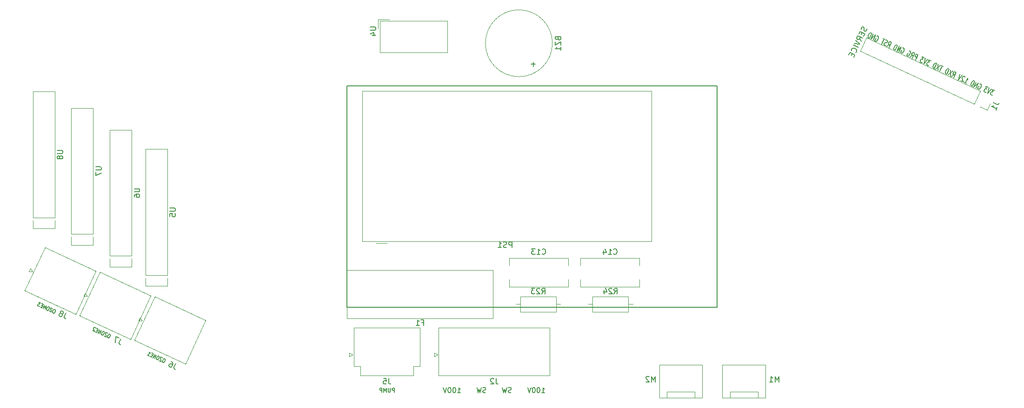
<source format=gbr>
G04 #@! TF.GenerationSoftware,KiCad,Pcbnew,7.0.6-7.0.6~ubuntu22.04.1*
G04 #@! TF.CreationDate,2023-08-22T16:39:11+09:00*
G04 #@! TF.ProjectId,ESP32DUALDIAL,45535033-3244-4554-914c-4449414c2e6b,rev?*
G04 #@! TF.SameCoordinates,Original*
G04 #@! TF.FileFunction,Legend,Bot*
G04 #@! TF.FilePolarity,Positive*
%FSLAX46Y46*%
G04 Gerber Fmt 4.6, Leading zero omitted, Abs format (unit mm)*
G04 Created by KiCad (PCBNEW 7.0.6-7.0.6~ubuntu22.04.1) date 2023-08-22 16:39:11*
%MOMM*%
%LPD*%
G01*
G04 APERTURE LIST*
%ADD10C,0.150000*%
%ADD11C,0.177500*%
%ADD12C,0.175000*%
%ADD13C,0.120000*%
G04 APERTURE END LIST*
D10*
X151120000Y-130330000D02*
X83680000Y-130330000D01*
X83680000Y-130330000D02*
X83680000Y-89990000D01*
X83680000Y-89990000D02*
X151120000Y-89990000D01*
X151120000Y-89990000D02*
X151120000Y-130330000D01*
D11*
X201614445Y-90812786D02*
X201216101Y-90627035D01*
X201216101Y-90627035D02*
X201269596Y-91072315D01*
X201269596Y-91072315D02*
X201177671Y-91029449D01*
X201177671Y-91029449D02*
X201096262Y-91044030D01*
X201096262Y-91044030D02*
X201045496Y-91072899D01*
X201045496Y-91072899D02*
X200974605Y-91144925D01*
X200974605Y-91144925D02*
X200873981Y-91360713D01*
X200873981Y-91360713D02*
X200864374Y-91461316D01*
X200864374Y-91461316D02*
X200874891Y-91518762D01*
X200874891Y-91518762D02*
X200916050Y-91590497D01*
X200916050Y-91590497D02*
X201099901Y-91676228D01*
X201099901Y-91676228D02*
X201181309Y-91661648D01*
X201181309Y-91661648D02*
X201232076Y-91632779D01*
X201032250Y-90541304D02*
X200395139Y-91347592D01*
X200395139Y-91347592D02*
X200603265Y-90341265D01*
X200450056Y-90269822D02*
X200051712Y-90084072D01*
X200051712Y-90084072D02*
X200105207Y-90529351D01*
X200105207Y-90529351D02*
X200013282Y-90486486D01*
X200013282Y-90486486D02*
X199931873Y-90501066D01*
X199931873Y-90501066D02*
X199881107Y-90529935D01*
X199881107Y-90529935D02*
X199810216Y-90601962D01*
X199810216Y-90601962D02*
X199709592Y-90817749D01*
X199709592Y-90817749D02*
X199699985Y-90918353D01*
X199699985Y-90918353D02*
X199710502Y-90975799D01*
X199710502Y-90975799D02*
X199751661Y-91047533D01*
X199751661Y-91047533D02*
X199935512Y-91133265D01*
X199935512Y-91133265D02*
X200016920Y-91118684D01*
X200016920Y-91118684D02*
X200067687Y-91089815D01*
X198928482Y-89612843D02*
X199009890Y-89598262D01*
X199009890Y-89598262D02*
X199101816Y-89641128D01*
X199101816Y-89641128D02*
X199173617Y-89727151D01*
X199173617Y-89727151D02*
X199194651Y-89842043D01*
X199194651Y-89842043D02*
X199185043Y-89942646D01*
X199185043Y-89942646D02*
X199135187Y-90129565D01*
X199135187Y-90129565D02*
X199074812Y-90259038D01*
X199074812Y-90259038D02*
X198963672Y-90417379D01*
X198963672Y-90417379D02*
X198892781Y-90489406D01*
X198892781Y-90489406D02*
X198791248Y-90547144D01*
X198791248Y-90547144D02*
X198679198Y-90547435D01*
X198679198Y-90547435D02*
X198617914Y-90518858D01*
X198617914Y-90518858D02*
X198546113Y-90432835D01*
X198546113Y-90432835D02*
X198535596Y-90375389D01*
X198535596Y-90375389D02*
X198676469Y-90073287D01*
X198676469Y-90073287D02*
X198799036Y-90130441D01*
X198219570Y-90333108D02*
X198642188Y-89426800D01*
X198642188Y-89426800D02*
X197851868Y-90161645D01*
X197851868Y-90161645D02*
X198274486Y-89255338D01*
X197545449Y-90018760D02*
X197968067Y-89112452D01*
X197968067Y-89112452D02*
X197814858Y-89041010D01*
X197814858Y-89041010D02*
X197702808Y-89041301D01*
X197702808Y-89041301D02*
X197601275Y-89099039D01*
X197601275Y-89099039D02*
X197530384Y-89171066D01*
X197530384Y-89171066D02*
X197419243Y-89329408D01*
X197419243Y-89329408D02*
X197358869Y-89458880D01*
X197358869Y-89458880D02*
X197309012Y-89645799D01*
X197309012Y-89645799D02*
X197299405Y-89746402D01*
X197299405Y-89746402D02*
X197320439Y-89861294D01*
X197320439Y-89861294D02*
X197392240Y-89947317D01*
X197392240Y-89947317D02*
X197545449Y-90018760D01*
X196074641Y-89332911D02*
X196442344Y-89504373D01*
X196258492Y-89418642D02*
X196681111Y-88512334D01*
X196681111Y-88512334D02*
X196682020Y-88670384D01*
X196682020Y-88670384D02*
X196703055Y-88785276D01*
X196703055Y-88785276D02*
X196744214Y-88857011D01*
X196211876Y-88398610D02*
X196201359Y-88341164D01*
X196201359Y-88341164D02*
X196160200Y-88269430D01*
X196160200Y-88269430D02*
X196006991Y-88197987D01*
X196006991Y-88197987D02*
X195925582Y-88212568D01*
X195925582Y-88212568D02*
X195874816Y-88241437D01*
X195874816Y-88241437D02*
X195803925Y-88313463D01*
X195803925Y-88313463D02*
X195763675Y-88399778D01*
X195763675Y-88399778D02*
X195733943Y-88543539D01*
X195733943Y-88543539D02*
X195860149Y-89232892D01*
X195860149Y-89232892D02*
X195461805Y-89047141D01*
X195700573Y-88055102D02*
X195063462Y-88861390D01*
X195063462Y-88861390D02*
X195271587Y-87855063D01*
X193776505Y-88261273D02*
X194192245Y-87929717D01*
X194144207Y-88432735D02*
X194566826Y-87526427D01*
X194566826Y-87526427D02*
X194321691Y-87412119D01*
X194321691Y-87412119D02*
X194240283Y-87426699D01*
X194240283Y-87426699D02*
X194189516Y-87455568D01*
X194189516Y-87455568D02*
X194118625Y-87527595D01*
X194118625Y-87527595D02*
X194058251Y-87657067D01*
X194058251Y-87657067D02*
X194048643Y-87757671D01*
X194048643Y-87757671D02*
X194059161Y-87815117D01*
X194059161Y-87815117D02*
X194100320Y-87886852D01*
X194100320Y-87886852D02*
X194345454Y-88001160D01*
X193984631Y-87254945D02*
X193133027Y-87961214D01*
X193555645Y-87054906D02*
X193562013Y-88161253D01*
X192887893Y-87846906D02*
X193310511Y-86940598D01*
X193310511Y-86940598D02*
X193157302Y-86869155D01*
X193157302Y-86869155D02*
X193045252Y-86869447D01*
X193045252Y-86869447D02*
X192943719Y-86927185D01*
X192943719Y-86927185D02*
X192872827Y-86999212D01*
X192872827Y-86999212D02*
X192761687Y-87157553D01*
X192761687Y-87157553D02*
X192701313Y-87287026D01*
X192701313Y-87287026D02*
X192651456Y-87473944D01*
X192651456Y-87473944D02*
X192641848Y-87574548D01*
X192641848Y-87574548D02*
X192662883Y-87689440D01*
X192662883Y-87689440D02*
X192734684Y-87775463D01*
X192734684Y-87775463D02*
X192887893Y-87846906D01*
X192268689Y-86454788D02*
X191900987Y-86283326D01*
X191662220Y-87275365D02*
X192084838Y-86369057D01*
X191747778Y-86211884D02*
X190896174Y-86918152D01*
X191318792Y-86011844D02*
X191325160Y-87118191D01*
X190651040Y-86803844D02*
X191073658Y-85897536D01*
X191073658Y-85897536D02*
X190920449Y-85826094D01*
X190920449Y-85826094D02*
X190808399Y-85826386D01*
X190808399Y-85826386D02*
X190706866Y-85884124D01*
X190706866Y-85884124D02*
X190635975Y-85956150D01*
X190635975Y-85956150D02*
X190524834Y-86114492D01*
X190524834Y-86114492D02*
X190464460Y-86243964D01*
X190464460Y-86243964D02*
X190414603Y-86430883D01*
X190414603Y-86430883D02*
X190404996Y-86531486D01*
X190404996Y-86531486D02*
X190426030Y-86646378D01*
X190426030Y-86646378D02*
X190497831Y-86732401D01*
X190497831Y-86732401D02*
X190651040Y-86803844D01*
X190001194Y-85397438D02*
X189602850Y-85211687D01*
X189602850Y-85211687D02*
X189656346Y-85656967D01*
X189656346Y-85656967D02*
X189564420Y-85614102D01*
X189564420Y-85614102D02*
X189483012Y-85628682D01*
X189483012Y-85628682D02*
X189432245Y-85657551D01*
X189432245Y-85657551D02*
X189361354Y-85729578D01*
X189361354Y-85729578D02*
X189260731Y-85945365D01*
X189260731Y-85945365D02*
X189251123Y-86045969D01*
X189251123Y-86045969D02*
X189261641Y-86103415D01*
X189261641Y-86103415D02*
X189302800Y-86175149D01*
X189302800Y-86175149D02*
X189486651Y-86260880D01*
X189486651Y-86260880D02*
X189568059Y-86246300D01*
X189568059Y-86246300D02*
X189618825Y-86217431D01*
X189419000Y-85125956D02*
X188781889Y-85932245D01*
X188781889Y-85932245D02*
X188990014Y-84925917D01*
X188836805Y-84854475D02*
X188438462Y-84668724D01*
X188438462Y-84668724D02*
X188491957Y-85114004D01*
X188491957Y-85114004D02*
X188400031Y-85071138D01*
X188400031Y-85071138D02*
X188318623Y-85085719D01*
X188318623Y-85085719D02*
X188267857Y-85114588D01*
X188267857Y-85114588D02*
X188196965Y-85186614D01*
X188196965Y-85186614D02*
X188096342Y-85402402D01*
X188096342Y-85402402D02*
X188086734Y-85503005D01*
X188086734Y-85503005D02*
X188097252Y-85560451D01*
X188097252Y-85560451D02*
X188138411Y-85632186D01*
X188138411Y-85632186D02*
X188322262Y-85717917D01*
X188322262Y-85717917D02*
X188403670Y-85703336D01*
X188403670Y-85703336D02*
X188454436Y-85674467D01*
X187249798Y-85217819D02*
X187672416Y-84311511D01*
X187672416Y-84311511D02*
X187427282Y-84197203D01*
X187427282Y-84197203D02*
X187345873Y-84211784D01*
X187345873Y-84211784D02*
X187295107Y-84240653D01*
X187295107Y-84240653D02*
X187224216Y-84312679D01*
X187224216Y-84312679D02*
X187163842Y-84442152D01*
X187163842Y-84442152D02*
X187154234Y-84542755D01*
X187154234Y-84542755D02*
X187164751Y-84600201D01*
X187164751Y-84600201D02*
X187205910Y-84671936D01*
X187205910Y-84671936D02*
X187451045Y-84786244D01*
X186238618Y-84746298D02*
X186654357Y-84414742D01*
X186606320Y-84917760D02*
X187028938Y-84011452D01*
X187028938Y-84011452D02*
X186783803Y-83897144D01*
X186783803Y-83897144D02*
X186702395Y-83911725D01*
X186702395Y-83911725D02*
X186651628Y-83940594D01*
X186651628Y-83940594D02*
X186580737Y-84012620D01*
X186580737Y-84012620D02*
X186520363Y-84142093D01*
X186520363Y-84142093D02*
X186510756Y-84242696D01*
X186510756Y-84242696D02*
X186521273Y-84300142D01*
X186521273Y-84300142D02*
X186562432Y-84371877D01*
X186562432Y-84371877D02*
X186807566Y-84486185D01*
X186028275Y-83597377D02*
X186109683Y-83582797D01*
X186109683Y-83582797D02*
X186201608Y-83625662D01*
X186201608Y-83625662D02*
X186273409Y-83711685D01*
X186273409Y-83711685D02*
X186294444Y-83826577D01*
X186294444Y-83826577D02*
X186284836Y-83927181D01*
X186284836Y-83927181D02*
X186234979Y-84114099D01*
X186234979Y-84114099D02*
X186174605Y-84243572D01*
X186174605Y-84243572D02*
X186063465Y-84401914D01*
X186063465Y-84401914D02*
X185992573Y-84473940D01*
X185992573Y-84473940D02*
X185891040Y-84531678D01*
X185891040Y-84531678D02*
X185778990Y-84531970D01*
X185778990Y-84531970D02*
X185717706Y-84503393D01*
X185717706Y-84503393D02*
X185645906Y-84417370D01*
X185645906Y-84417370D02*
X185635388Y-84359924D01*
X185635388Y-84359924D02*
X185776261Y-84057821D01*
X185776261Y-84057821D02*
X185898829Y-84114975D01*
X184894527Y-83068702D02*
X184975935Y-83054121D01*
X184975935Y-83054121D02*
X185067861Y-83096987D01*
X185067861Y-83096987D02*
X185139662Y-83183010D01*
X185139662Y-83183010D02*
X185160696Y-83297902D01*
X185160696Y-83297902D02*
X185151088Y-83398506D01*
X185151088Y-83398506D02*
X185101232Y-83585424D01*
X185101232Y-83585424D02*
X185040858Y-83714897D01*
X185040858Y-83714897D02*
X184929717Y-83873238D01*
X184929717Y-83873238D02*
X184858826Y-83945265D01*
X184858826Y-83945265D02*
X184757293Y-84003003D01*
X184757293Y-84003003D02*
X184645243Y-84003295D01*
X184645243Y-84003295D02*
X184583959Y-83974718D01*
X184583959Y-83974718D02*
X184512158Y-83888695D01*
X184512158Y-83888695D02*
X184501641Y-83831249D01*
X184501641Y-83831249D02*
X184642514Y-83529146D01*
X184642514Y-83529146D02*
X184765081Y-83586300D01*
X184185615Y-83788967D02*
X184608233Y-82882659D01*
X184608233Y-82882659D02*
X183817913Y-83617505D01*
X183817913Y-83617505D02*
X184240531Y-82711197D01*
X183511494Y-83474619D02*
X183934113Y-82568311D01*
X183934113Y-82568311D02*
X183780903Y-82496869D01*
X183780903Y-82496869D02*
X183668853Y-82497161D01*
X183668853Y-82497161D02*
X183567320Y-82554899D01*
X183567320Y-82554899D02*
X183496429Y-82626925D01*
X183496429Y-82626925D02*
X183385288Y-82785267D01*
X183385288Y-82785267D02*
X183324914Y-82914739D01*
X183324914Y-82914739D02*
X183275057Y-83101658D01*
X183275057Y-83101658D02*
X183265450Y-83202262D01*
X183265450Y-83202262D02*
X183286484Y-83317154D01*
X183286484Y-83317154D02*
X183358285Y-83403177D01*
X183358285Y-83403177D02*
X183511494Y-83474619D01*
X182010045Y-82774482D02*
X182425784Y-82442926D01*
X182377747Y-82945944D02*
X182800365Y-82039636D01*
X182800365Y-82039636D02*
X182555230Y-81925328D01*
X182555230Y-81925328D02*
X182473822Y-81939909D01*
X182473822Y-81939909D02*
X182423055Y-81968778D01*
X182423055Y-81968778D02*
X182352164Y-82040804D01*
X182352164Y-82040804D02*
X182291790Y-82170277D01*
X182291790Y-82170277D02*
X182282183Y-82270880D01*
X182282183Y-82270880D02*
X182292700Y-82328326D01*
X182292700Y-82328326D02*
X182333859Y-82400061D01*
X182333859Y-82400061D02*
X182578994Y-82514369D01*
X181785035Y-82617016D02*
X181672985Y-82617308D01*
X181672985Y-82617308D02*
X181519775Y-82545866D01*
X181519775Y-82545866D02*
X181478616Y-82474131D01*
X181478616Y-82474131D02*
X181468099Y-82416685D01*
X181468099Y-82416685D02*
X181477707Y-82316081D01*
X181477707Y-82316081D02*
X181517956Y-82229766D01*
X181517956Y-82229766D02*
X181588847Y-82157740D01*
X181588847Y-82157740D02*
X181639614Y-82128871D01*
X181639614Y-82128871D02*
X181721022Y-82114290D01*
X181721022Y-82114290D02*
X181863714Y-82128287D01*
X181863714Y-82128287D02*
X181945123Y-82113706D01*
X181945123Y-82113706D02*
X181995889Y-82084837D01*
X181995889Y-82084837D02*
X182066780Y-82012811D01*
X182066780Y-82012811D02*
X182107030Y-81926496D01*
X182107030Y-81926496D02*
X182116637Y-81825892D01*
X182116637Y-81825892D02*
X182106120Y-81768446D01*
X182106120Y-81768446D02*
X182064961Y-81696712D01*
X182064961Y-81696712D02*
X181911752Y-81625269D01*
X181911752Y-81625269D02*
X181799702Y-81625561D01*
X181635976Y-81496673D02*
X181268274Y-81325210D01*
X181029506Y-82317249D02*
X181452125Y-81410942D01*
X180206327Y-80882559D02*
X180287736Y-80867978D01*
X180287736Y-80867978D02*
X180379661Y-80910844D01*
X180379661Y-80910844D02*
X180451462Y-80996867D01*
X180451462Y-80996867D02*
X180472496Y-81111759D01*
X180472496Y-81111759D02*
X180462889Y-81212362D01*
X180462889Y-81212362D02*
X180413032Y-81399281D01*
X180413032Y-81399281D02*
X180352658Y-81528753D01*
X180352658Y-81528753D02*
X180241517Y-81687095D01*
X180241517Y-81687095D02*
X180170626Y-81759121D01*
X180170626Y-81759121D02*
X180069093Y-81816859D01*
X180069093Y-81816859D02*
X179957043Y-81817151D01*
X179957043Y-81817151D02*
X179895759Y-81788574D01*
X179895759Y-81788574D02*
X179823958Y-81702551D01*
X179823958Y-81702551D02*
X179813441Y-81645105D01*
X179813441Y-81645105D02*
X179954314Y-81343003D01*
X179954314Y-81343003D02*
X180076881Y-81400157D01*
X179497415Y-81602824D02*
X179920034Y-80696516D01*
X179920034Y-80696516D02*
X179129713Y-81431361D01*
X179129713Y-81431361D02*
X179552332Y-80525054D01*
X178823295Y-81288476D02*
X179245913Y-80382168D01*
X179245913Y-80382168D02*
X179092704Y-80310725D01*
X179092704Y-80310725D02*
X178980653Y-80311017D01*
X178980653Y-80311017D02*
X178879120Y-80368755D01*
X178879120Y-80368755D02*
X178808229Y-80440782D01*
X178808229Y-80440782D02*
X178697089Y-80599123D01*
X178697089Y-80599123D02*
X178636715Y-80728596D01*
X178636715Y-80728596D02*
X178586858Y-80915515D01*
X178586858Y-80915515D02*
X178577250Y-81016118D01*
X178577250Y-81016118D02*
X178598285Y-81131010D01*
X178598285Y-81131010D02*
X178670085Y-81217033D01*
X178670085Y-81217033D02*
X178823295Y-81288476D01*
D10*
X40547627Y-135298010D02*
X40444049Y-135249710D01*
X40444049Y-135249710D02*
X40378172Y-135255771D01*
X40378172Y-135255771D02*
X40298209Y-135292042D01*
X40298209Y-135292042D02*
X40215965Y-135400808D01*
X40215965Y-135400808D02*
X40117354Y-135612280D01*
X40117354Y-135612280D02*
X40086900Y-135745196D01*
X40086900Y-135745196D02*
X40110514Y-135829766D01*
X40110514Y-135829766D02*
X40148216Y-135884126D01*
X40148216Y-135884126D02*
X40251794Y-135932425D01*
X40251794Y-135932425D02*
X40317670Y-135926364D01*
X40317670Y-135926364D02*
X40397634Y-135890094D01*
X40397634Y-135890094D02*
X40479877Y-135781327D01*
X40479877Y-135781327D02*
X40578488Y-135569855D01*
X40578488Y-135569855D02*
X40608943Y-135436940D01*
X40608943Y-135436940D02*
X40585328Y-135352369D01*
X40585328Y-135352369D02*
X40547627Y-135298010D01*
X40133315Y-135104813D02*
X39770792Y-134935766D01*
X39770792Y-134935766D02*
X39837482Y-135739228D01*
X39837482Y-135739228D02*
X39474959Y-135570181D01*
X39460057Y-134790868D02*
X39356479Y-134742568D01*
X39356479Y-134742568D02*
X39290603Y-134748629D01*
X39290603Y-134748629D02*
X39210640Y-134784900D01*
X39210640Y-134784900D02*
X39128396Y-134893666D01*
X39128396Y-134893666D02*
X39029785Y-135105138D01*
X39029785Y-135105138D02*
X38999330Y-135238054D01*
X38999330Y-135238054D02*
X39022945Y-135322624D01*
X39022945Y-135322624D02*
X39060647Y-135376984D01*
X39060647Y-135376984D02*
X39164225Y-135425283D01*
X39164225Y-135425283D02*
X39230101Y-135419222D01*
X39230101Y-135419222D02*
X39310064Y-135382952D01*
X39310064Y-135382952D02*
X39392308Y-135274185D01*
X39392308Y-135274185D02*
X39490919Y-135062714D01*
X39490919Y-135062714D02*
X39521374Y-134929798D01*
X39521374Y-134929798D02*
X39497759Y-134845228D01*
X39497759Y-134845228D02*
X39460057Y-134790868D01*
X38698124Y-135207937D02*
X38993957Y-134573521D01*
X38993957Y-134573521D02*
X38387390Y-135063039D01*
X38387390Y-135063039D02*
X38683223Y-134428624D01*
X38283405Y-134609978D02*
X38102144Y-134525455D01*
X37869500Y-134821543D02*
X38128445Y-134942291D01*
X38128445Y-134942291D02*
X38424278Y-134307876D01*
X38424278Y-134307876D02*
X38165333Y-134187128D01*
X37930002Y-134150950D02*
X37918195Y-134108665D01*
X37918195Y-134108665D02*
X37880493Y-134054305D01*
X37880493Y-134054305D02*
X37751021Y-133993931D01*
X37751021Y-133993931D02*
X37685144Y-133999991D01*
X37685144Y-133999991D02*
X37645163Y-134018127D01*
X37645163Y-134018127D02*
X37591094Y-134066473D01*
X37591094Y-134066473D02*
X37562919Y-134126893D01*
X37562919Y-134126893D02*
X37546552Y-134229599D01*
X37546552Y-134229599D02*
X37688239Y-134737020D01*
X37688239Y-134737020D02*
X37351610Y-134580047D01*
X30547627Y-130798010D02*
X30444049Y-130749710D01*
X30444049Y-130749710D02*
X30378172Y-130755771D01*
X30378172Y-130755771D02*
X30298209Y-130792042D01*
X30298209Y-130792042D02*
X30215965Y-130900808D01*
X30215965Y-130900808D02*
X30117354Y-131112280D01*
X30117354Y-131112280D02*
X30086900Y-131245196D01*
X30086900Y-131245196D02*
X30110514Y-131329766D01*
X30110514Y-131329766D02*
X30148216Y-131384126D01*
X30148216Y-131384126D02*
X30251794Y-131432425D01*
X30251794Y-131432425D02*
X30317670Y-131426364D01*
X30317670Y-131426364D02*
X30397634Y-131390094D01*
X30397634Y-131390094D02*
X30479877Y-131281327D01*
X30479877Y-131281327D02*
X30578488Y-131069855D01*
X30578488Y-131069855D02*
X30608943Y-130936940D01*
X30608943Y-130936940D02*
X30585328Y-130852369D01*
X30585328Y-130852369D02*
X30547627Y-130798010D01*
X30133315Y-130604813D02*
X29770792Y-130435766D01*
X29770792Y-130435766D02*
X29837482Y-131239228D01*
X29837482Y-131239228D02*
X29474959Y-131070181D01*
X29460057Y-130290868D02*
X29356479Y-130242568D01*
X29356479Y-130242568D02*
X29290603Y-130248629D01*
X29290603Y-130248629D02*
X29210640Y-130284900D01*
X29210640Y-130284900D02*
X29128396Y-130393666D01*
X29128396Y-130393666D02*
X29029785Y-130605138D01*
X29029785Y-130605138D02*
X28999330Y-130738054D01*
X28999330Y-130738054D02*
X29022945Y-130822624D01*
X29022945Y-130822624D02*
X29060647Y-130876984D01*
X29060647Y-130876984D02*
X29164225Y-130925283D01*
X29164225Y-130925283D02*
X29230101Y-130919222D01*
X29230101Y-130919222D02*
X29310064Y-130882952D01*
X29310064Y-130882952D02*
X29392308Y-130774185D01*
X29392308Y-130774185D02*
X29490919Y-130562714D01*
X29490919Y-130562714D02*
X29521374Y-130429798D01*
X29521374Y-130429798D02*
X29497759Y-130345228D01*
X29497759Y-130345228D02*
X29460057Y-130290868D01*
X28698124Y-130707937D02*
X28993957Y-130073521D01*
X28993957Y-130073521D02*
X28387390Y-130563039D01*
X28387390Y-130563039D02*
X28683223Y-129928624D01*
X28283405Y-130109978D02*
X28102144Y-130025455D01*
X27869500Y-130321543D02*
X28128445Y-130442291D01*
X28128445Y-130442291D02*
X28424278Y-129807876D01*
X28424278Y-129807876D02*
X28165333Y-129687128D01*
X27984071Y-129602604D02*
X27647443Y-129445632D01*
X27647443Y-129445632D02*
X27716006Y-129771837D01*
X27716006Y-129771837D02*
X27638323Y-129735613D01*
X27638323Y-129735613D02*
X27572446Y-129741674D01*
X27572446Y-129741674D02*
X27532464Y-129759809D01*
X27532464Y-129759809D02*
X27478395Y-129808155D01*
X27478395Y-129808155D02*
X27407959Y-129959206D01*
X27407959Y-129959206D02*
X27405679Y-130031701D01*
X27405679Y-130031701D02*
X27417486Y-130073986D01*
X27417486Y-130073986D02*
X27455188Y-130128346D01*
X27455188Y-130128346D02*
X27610555Y-130200795D01*
X27610555Y-130200795D02*
X27676431Y-130194734D01*
X27676431Y-130194734D02*
X27716413Y-130176599D01*
X50547627Y-139798010D02*
X50444049Y-139749710D01*
X50444049Y-139749710D02*
X50378172Y-139755771D01*
X50378172Y-139755771D02*
X50298209Y-139792042D01*
X50298209Y-139792042D02*
X50215965Y-139900808D01*
X50215965Y-139900808D02*
X50117354Y-140112280D01*
X50117354Y-140112280D02*
X50086900Y-140245196D01*
X50086900Y-140245196D02*
X50110514Y-140329766D01*
X50110514Y-140329766D02*
X50148216Y-140384126D01*
X50148216Y-140384126D02*
X50251794Y-140432425D01*
X50251794Y-140432425D02*
X50317670Y-140426364D01*
X50317670Y-140426364D02*
X50397634Y-140390094D01*
X50397634Y-140390094D02*
X50479877Y-140281327D01*
X50479877Y-140281327D02*
X50578488Y-140069855D01*
X50578488Y-140069855D02*
X50608943Y-139936940D01*
X50608943Y-139936940D02*
X50585328Y-139852369D01*
X50585328Y-139852369D02*
X50547627Y-139798010D01*
X50133315Y-139604813D02*
X49770792Y-139435766D01*
X49770792Y-139435766D02*
X49837482Y-140239228D01*
X49837482Y-140239228D02*
X49474959Y-140070181D01*
X49460057Y-139290868D02*
X49356479Y-139242568D01*
X49356479Y-139242568D02*
X49290603Y-139248629D01*
X49290603Y-139248629D02*
X49210640Y-139284900D01*
X49210640Y-139284900D02*
X49128396Y-139393666D01*
X49128396Y-139393666D02*
X49029785Y-139605138D01*
X49029785Y-139605138D02*
X48999330Y-139738054D01*
X48999330Y-139738054D02*
X49022945Y-139822624D01*
X49022945Y-139822624D02*
X49060647Y-139876984D01*
X49060647Y-139876984D02*
X49164225Y-139925283D01*
X49164225Y-139925283D02*
X49230101Y-139919222D01*
X49230101Y-139919222D02*
X49310064Y-139882952D01*
X49310064Y-139882952D02*
X49392308Y-139774185D01*
X49392308Y-139774185D02*
X49490919Y-139562714D01*
X49490919Y-139562714D02*
X49521374Y-139429798D01*
X49521374Y-139429798D02*
X49497759Y-139345228D01*
X49497759Y-139345228D02*
X49460057Y-139290868D01*
X48698124Y-139707937D02*
X48993957Y-139073521D01*
X48993957Y-139073521D02*
X48387390Y-139563039D01*
X48387390Y-139563039D02*
X48683223Y-138928624D01*
X48283405Y-139109978D02*
X48102144Y-139025455D01*
X47869500Y-139321543D02*
X48128445Y-139442291D01*
X48128445Y-139442291D02*
X48424278Y-138807876D01*
X48424278Y-138807876D02*
X48165333Y-138687128D01*
X47351610Y-139080047D02*
X47662344Y-139224945D01*
X47506977Y-139152496D02*
X47802810Y-138518080D01*
X47802810Y-138518080D02*
X47812337Y-138632861D01*
X47812337Y-138632861D02*
X47835951Y-138717431D01*
X47835951Y-138717431D02*
X47873653Y-138771791D01*
D12*
X92299999Y-145814733D02*
X92299999Y-145114733D01*
X92299999Y-145114733D02*
X92033332Y-145114733D01*
X92033332Y-145114733D02*
X91966666Y-145148066D01*
X91966666Y-145148066D02*
X91933332Y-145181400D01*
X91933332Y-145181400D02*
X91899999Y-145248066D01*
X91899999Y-145248066D02*
X91899999Y-145348066D01*
X91899999Y-145348066D02*
X91933332Y-145414733D01*
X91933332Y-145414733D02*
X91966666Y-145448066D01*
X91966666Y-145448066D02*
X92033332Y-145481400D01*
X92033332Y-145481400D02*
X92299999Y-145481400D01*
X91599999Y-145114733D02*
X91599999Y-145681400D01*
X91599999Y-145681400D02*
X91566666Y-145748066D01*
X91566666Y-145748066D02*
X91533332Y-145781400D01*
X91533332Y-145781400D02*
X91466666Y-145814733D01*
X91466666Y-145814733D02*
X91333332Y-145814733D01*
X91333332Y-145814733D02*
X91266666Y-145781400D01*
X91266666Y-145781400D02*
X91233332Y-145748066D01*
X91233332Y-145748066D02*
X91199999Y-145681400D01*
X91199999Y-145681400D02*
X91199999Y-145114733D01*
X90866666Y-145814733D02*
X90866666Y-145114733D01*
X90866666Y-145114733D02*
X90633333Y-145614733D01*
X90633333Y-145614733D02*
X90399999Y-145114733D01*
X90399999Y-145114733D02*
X90399999Y-145814733D01*
X90066666Y-145814733D02*
X90066666Y-145114733D01*
X90066666Y-145114733D02*
X89799999Y-145114733D01*
X89799999Y-145114733D02*
X89733333Y-145148066D01*
X89733333Y-145148066D02*
X89699999Y-145181400D01*
X89699999Y-145181400D02*
X89666666Y-145248066D01*
X89666666Y-145248066D02*
X89666666Y-145348066D01*
X89666666Y-145348066D02*
X89699999Y-145414733D01*
X89699999Y-145414733D02*
X89733333Y-145448066D01*
X89733333Y-145448066D02*
X89799999Y-145481400D01*
X89799999Y-145481400D02*
X90066666Y-145481400D01*
X119157141Y-145907257D02*
X119671427Y-145907257D01*
X119414284Y-145907257D02*
X119414284Y-145007257D01*
X119414284Y-145007257D02*
X119499998Y-145135828D01*
X119499998Y-145135828D02*
X119585713Y-145221542D01*
X119585713Y-145221542D02*
X119671427Y-145264400D01*
X118599998Y-145007257D02*
X118514284Y-145007257D01*
X118514284Y-145007257D02*
X118428570Y-145050114D01*
X118428570Y-145050114D02*
X118385713Y-145092971D01*
X118385713Y-145092971D02*
X118342855Y-145178685D01*
X118342855Y-145178685D02*
X118299998Y-145350114D01*
X118299998Y-145350114D02*
X118299998Y-145564400D01*
X118299998Y-145564400D02*
X118342855Y-145735828D01*
X118342855Y-145735828D02*
X118385713Y-145821542D01*
X118385713Y-145821542D02*
X118428570Y-145864400D01*
X118428570Y-145864400D02*
X118514284Y-145907257D01*
X118514284Y-145907257D02*
X118599998Y-145907257D01*
X118599998Y-145907257D02*
X118685713Y-145864400D01*
X118685713Y-145864400D02*
X118728570Y-145821542D01*
X118728570Y-145821542D02*
X118771427Y-145735828D01*
X118771427Y-145735828D02*
X118814284Y-145564400D01*
X118814284Y-145564400D02*
X118814284Y-145350114D01*
X118814284Y-145350114D02*
X118771427Y-145178685D01*
X118771427Y-145178685D02*
X118728570Y-145092971D01*
X118728570Y-145092971D02*
X118685713Y-145050114D01*
X118685713Y-145050114D02*
X118599998Y-145007257D01*
X117742855Y-145007257D02*
X117657141Y-145007257D01*
X117657141Y-145007257D02*
X117571427Y-145050114D01*
X117571427Y-145050114D02*
X117528570Y-145092971D01*
X117528570Y-145092971D02*
X117485712Y-145178685D01*
X117485712Y-145178685D02*
X117442855Y-145350114D01*
X117442855Y-145350114D02*
X117442855Y-145564400D01*
X117442855Y-145564400D02*
X117485712Y-145735828D01*
X117485712Y-145735828D02*
X117528570Y-145821542D01*
X117528570Y-145821542D02*
X117571427Y-145864400D01*
X117571427Y-145864400D02*
X117657141Y-145907257D01*
X117657141Y-145907257D02*
X117742855Y-145907257D01*
X117742855Y-145907257D02*
X117828570Y-145864400D01*
X117828570Y-145864400D02*
X117871427Y-145821542D01*
X117871427Y-145821542D02*
X117914284Y-145735828D01*
X117914284Y-145735828D02*
X117957141Y-145564400D01*
X117957141Y-145564400D02*
X117957141Y-145350114D01*
X117957141Y-145350114D02*
X117914284Y-145178685D01*
X117914284Y-145178685D02*
X117871427Y-145092971D01*
X117871427Y-145092971D02*
X117828570Y-145050114D01*
X117828570Y-145050114D02*
X117742855Y-145007257D01*
X117185712Y-145007257D02*
X116885712Y-145907257D01*
X116885712Y-145907257D02*
X116585712Y-145007257D01*
X113585713Y-145864400D02*
X113457142Y-145907257D01*
X113457142Y-145907257D02*
X113242856Y-145907257D01*
X113242856Y-145907257D02*
X113157142Y-145864400D01*
X113157142Y-145864400D02*
X113114284Y-145821542D01*
X113114284Y-145821542D02*
X113071427Y-145735828D01*
X113071427Y-145735828D02*
X113071427Y-145650114D01*
X113071427Y-145650114D02*
X113114284Y-145564400D01*
X113114284Y-145564400D02*
X113157142Y-145521542D01*
X113157142Y-145521542D02*
X113242856Y-145478685D01*
X113242856Y-145478685D02*
X113414284Y-145435828D01*
X113414284Y-145435828D02*
X113499999Y-145392971D01*
X113499999Y-145392971D02*
X113542856Y-145350114D01*
X113542856Y-145350114D02*
X113585713Y-145264400D01*
X113585713Y-145264400D02*
X113585713Y-145178685D01*
X113585713Y-145178685D02*
X113542856Y-145092971D01*
X113542856Y-145092971D02*
X113499999Y-145050114D01*
X113499999Y-145050114D02*
X113414284Y-145007257D01*
X113414284Y-145007257D02*
X113199999Y-145007257D01*
X113199999Y-145007257D02*
X113071427Y-145050114D01*
X112771427Y-145007257D02*
X112557141Y-145907257D01*
X112557141Y-145907257D02*
X112385713Y-145264400D01*
X112385713Y-145264400D02*
X112214284Y-145907257D01*
X112214284Y-145907257D02*
X111999999Y-145007257D01*
X108957143Y-145864400D02*
X108828572Y-145907257D01*
X108828572Y-145907257D02*
X108614286Y-145907257D01*
X108614286Y-145907257D02*
X108528572Y-145864400D01*
X108528572Y-145864400D02*
X108485714Y-145821542D01*
X108485714Y-145821542D02*
X108442857Y-145735828D01*
X108442857Y-145735828D02*
X108442857Y-145650114D01*
X108442857Y-145650114D02*
X108485714Y-145564400D01*
X108485714Y-145564400D02*
X108528572Y-145521542D01*
X108528572Y-145521542D02*
X108614286Y-145478685D01*
X108614286Y-145478685D02*
X108785714Y-145435828D01*
X108785714Y-145435828D02*
X108871429Y-145392971D01*
X108871429Y-145392971D02*
X108914286Y-145350114D01*
X108914286Y-145350114D02*
X108957143Y-145264400D01*
X108957143Y-145264400D02*
X108957143Y-145178685D01*
X108957143Y-145178685D02*
X108914286Y-145092971D01*
X108914286Y-145092971D02*
X108871429Y-145050114D01*
X108871429Y-145050114D02*
X108785714Y-145007257D01*
X108785714Y-145007257D02*
X108571429Y-145007257D01*
X108571429Y-145007257D02*
X108442857Y-145050114D01*
X108142857Y-145007257D02*
X107928571Y-145907257D01*
X107928571Y-145907257D02*
X107757143Y-145264400D01*
X107757143Y-145264400D02*
X107585714Y-145907257D01*
X107585714Y-145907257D02*
X107371429Y-145007257D01*
X103814287Y-145907257D02*
X104328573Y-145907257D01*
X104071430Y-145907257D02*
X104071430Y-145007257D01*
X104071430Y-145007257D02*
X104157144Y-145135828D01*
X104157144Y-145135828D02*
X104242859Y-145221542D01*
X104242859Y-145221542D02*
X104328573Y-145264400D01*
X103257144Y-145007257D02*
X103171430Y-145007257D01*
X103171430Y-145007257D02*
X103085716Y-145050114D01*
X103085716Y-145050114D02*
X103042859Y-145092971D01*
X103042859Y-145092971D02*
X103000001Y-145178685D01*
X103000001Y-145178685D02*
X102957144Y-145350114D01*
X102957144Y-145350114D02*
X102957144Y-145564400D01*
X102957144Y-145564400D02*
X103000001Y-145735828D01*
X103000001Y-145735828D02*
X103042859Y-145821542D01*
X103042859Y-145821542D02*
X103085716Y-145864400D01*
X103085716Y-145864400D02*
X103171430Y-145907257D01*
X103171430Y-145907257D02*
X103257144Y-145907257D01*
X103257144Y-145907257D02*
X103342859Y-145864400D01*
X103342859Y-145864400D02*
X103385716Y-145821542D01*
X103385716Y-145821542D02*
X103428573Y-145735828D01*
X103428573Y-145735828D02*
X103471430Y-145564400D01*
X103471430Y-145564400D02*
X103471430Y-145350114D01*
X103471430Y-145350114D02*
X103428573Y-145178685D01*
X103428573Y-145178685D02*
X103385716Y-145092971D01*
X103385716Y-145092971D02*
X103342859Y-145050114D01*
X103342859Y-145050114D02*
X103257144Y-145007257D01*
X102400001Y-145007257D02*
X102314287Y-145007257D01*
X102314287Y-145007257D02*
X102228573Y-145050114D01*
X102228573Y-145050114D02*
X102185716Y-145092971D01*
X102185716Y-145092971D02*
X102142858Y-145178685D01*
X102142858Y-145178685D02*
X102100001Y-145350114D01*
X102100001Y-145350114D02*
X102100001Y-145564400D01*
X102100001Y-145564400D02*
X102142858Y-145735828D01*
X102142858Y-145735828D02*
X102185716Y-145821542D01*
X102185716Y-145821542D02*
X102228573Y-145864400D01*
X102228573Y-145864400D02*
X102314287Y-145907257D01*
X102314287Y-145907257D02*
X102400001Y-145907257D01*
X102400001Y-145907257D02*
X102485716Y-145864400D01*
X102485716Y-145864400D02*
X102528573Y-145821542D01*
X102528573Y-145821542D02*
X102571430Y-145735828D01*
X102571430Y-145735828D02*
X102614287Y-145564400D01*
X102614287Y-145564400D02*
X102614287Y-145350114D01*
X102614287Y-145350114D02*
X102571430Y-145178685D01*
X102571430Y-145178685D02*
X102528573Y-145092971D01*
X102528573Y-145092971D02*
X102485716Y-145050114D01*
X102485716Y-145050114D02*
X102400001Y-145007257D01*
X101842858Y-145007257D02*
X101542858Y-145907257D01*
X101542858Y-145907257D02*
X101242858Y-145007257D01*
D10*
X201362512Y-93064737D02*
X202009874Y-93366608D01*
X202009874Y-93366608D02*
X202159471Y-93383824D01*
X202159471Y-93383824D02*
X202286036Y-93337758D01*
X202286036Y-93337758D02*
X202389567Y-93228411D01*
X202389567Y-93228411D02*
X202429817Y-93142096D01*
X201846201Y-94393664D02*
X202087697Y-93875773D01*
X201966949Y-94134719D02*
X201060641Y-93712100D01*
X201060641Y-93712100D02*
X201230363Y-93686159D01*
X201230363Y-93686159D02*
X201356928Y-93640094D01*
X201356928Y-93640094D02*
X201440334Y-93573903D01*
X178350680Y-79549428D02*
X178333463Y-79699025D01*
X178333463Y-79699025D02*
X178232840Y-79914813D01*
X178232840Y-79914813D02*
X178149433Y-79981003D01*
X178149433Y-79981003D02*
X178086151Y-80004036D01*
X178086151Y-80004036D02*
X177979711Y-80006944D01*
X177979711Y-80006944D02*
X177893396Y-79966695D01*
X177893396Y-79966695D02*
X177827206Y-79883288D01*
X177827206Y-79883288D02*
X177804173Y-79820006D01*
X177804173Y-79820006D02*
X177801265Y-79713566D01*
X177801265Y-79713566D02*
X177838606Y-79520811D01*
X177838606Y-79520811D02*
X177835698Y-79414371D01*
X177835698Y-79414371D02*
X177812665Y-79351089D01*
X177812665Y-79351089D02*
X177746475Y-79267682D01*
X177746475Y-79267682D02*
X177660160Y-79227433D01*
X177660160Y-79227433D02*
X177553720Y-79230341D01*
X177553720Y-79230341D02*
X177490438Y-79253374D01*
X177490438Y-79253374D02*
X177407031Y-79319564D01*
X177407031Y-79319564D02*
X177306407Y-79535352D01*
X177306407Y-79535352D02*
X177289191Y-79684949D01*
X177496486Y-80254489D02*
X177355614Y-80556592D01*
X177769972Y-80907436D02*
X177971219Y-80475860D01*
X177971219Y-80475860D02*
X177064911Y-80053242D01*
X177064911Y-80053242D02*
X176863664Y-80484817D01*
X177347354Y-81813743D02*
X177056652Y-81310394D01*
X177588850Y-81295853D02*
X176682542Y-80873235D01*
X176682542Y-80873235D02*
X176521545Y-81218495D01*
X176521545Y-81218495D02*
X176524453Y-81324935D01*
X176524453Y-81324935D02*
X176547486Y-81388217D01*
X176547486Y-81388217D02*
X176613676Y-81471624D01*
X176613676Y-81471624D02*
X176743149Y-81531998D01*
X176743149Y-81531998D02*
X176849588Y-81529090D01*
X176849588Y-81529090D02*
X176912871Y-81506057D01*
X176912871Y-81506057D02*
X176996277Y-81439867D01*
X176996277Y-81439867D02*
X177157275Y-81094606D01*
X176320298Y-81650070D02*
X177085733Y-82374791D01*
X177085733Y-82374791D02*
X176038553Y-82254275D01*
X176803988Y-82978996D02*
X175897680Y-82556378D01*
X176274930Y-83888212D02*
X176338212Y-83865179D01*
X176338212Y-83865179D02*
X176441743Y-83755831D01*
X176441743Y-83755831D02*
X176481993Y-83669516D01*
X176481993Y-83669516D02*
X176499209Y-83519919D01*
X176499209Y-83519919D02*
X176453144Y-83393355D01*
X176453144Y-83393355D02*
X176386953Y-83309948D01*
X176386953Y-83309948D02*
X176234448Y-83186291D01*
X176234448Y-83186291D02*
X176104975Y-83125917D01*
X176104975Y-83125917D02*
X175912221Y-83088576D01*
X175912221Y-83088576D02*
X175805781Y-83091484D01*
X175805781Y-83091484D02*
X175679217Y-83137550D01*
X175679217Y-83137550D02*
X175575685Y-83246898D01*
X175575685Y-83246898D02*
X175535436Y-83333213D01*
X175535436Y-83333213D02*
X175518219Y-83482810D01*
X175518219Y-83482810D02*
X175541252Y-83546092D01*
X175705390Y-84095507D02*
X175564517Y-84397610D01*
X175978876Y-84748454D02*
X176180123Y-84316879D01*
X176180123Y-84316879D02*
X175273815Y-83894261D01*
X175273815Y-83894261D02*
X175072568Y-84325836D01*
X87954819Y-79238095D02*
X88764342Y-79238095D01*
X88764342Y-79238095D02*
X88859580Y-79285714D01*
X88859580Y-79285714D02*
X88907200Y-79333333D01*
X88907200Y-79333333D02*
X88954819Y-79428571D01*
X88954819Y-79428571D02*
X88954819Y-79619047D01*
X88954819Y-79619047D02*
X88907200Y-79714285D01*
X88907200Y-79714285D02*
X88859580Y-79761904D01*
X88859580Y-79761904D02*
X88764342Y-79809523D01*
X88764342Y-79809523D02*
X87954819Y-79809523D01*
X88288152Y-80714285D02*
X88954819Y-80714285D01*
X87907200Y-80476190D02*
X88621485Y-80238095D01*
X88621485Y-80238095D02*
X88621485Y-80857142D01*
X113714285Y-119454819D02*
X113714285Y-118454819D01*
X113714285Y-118454819D02*
X113333333Y-118454819D01*
X113333333Y-118454819D02*
X113238095Y-118502438D01*
X113238095Y-118502438D02*
X113190476Y-118550057D01*
X113190476Y-118550057D02*
X113142857Y-118645295D01*
X113142857Y-118645295D02*
X113142857Y-118788152D01*
X113142857Y-118788152D02*
X113190476Y-118883390D01*
X113190476Y-118883390D02*
X113238095Y-118931009D01*
X113238095Y-118931009D02*
X113333333Y-118978628D01*
X113333333Y-118978628D02*
X113714285Y-118978628D01*
X112761904Y-119407200D02*
X112619047Y-119454819D01*
X112619047Y-119454819D02*
X112380952Y-119454819D01*
X112380952Y-119454819D02*
X112285714Y-119407200D01*
X112285714Y-119407200D02*
X112238095Y-119359580D01*
X112238095Y-119359580D02*
X112190476Y-119264342D01*
X112190476Y-119264342D02*
X112190476Y-119169104D01*
X112190476Y-119169104D02*
X112238095Y-119073866D01*
X112238095Y-119073866D02*
X112285714Y-119026247D01*
X112285714Y-119026247D02*
X112380952Y-118978628D01*
X112380952Y-118978628D02*
X112571428Y-118931009D01*
X112571428Y-118931009D02*
X112666666Y-118883390D01*
X112666666Y-118883390D02*
X112714285Y-118835771D01*
X112714285Y-118835771D02*
X112761904Y-118740533D01*
X112761904Y-118740533D02*
X112761904Y-118645295D01*
X112761904Y-118645295D02*
X112714285Y-118550057D01*
X112714285Y-118550057D02*
X112666666Y-118502438D01*
X112666666Y-118502438D02*
X112571428Y-118454819D01*
X112571428Y-118454819D02*
X112333333Y-118454819D01*
X112333333Y-118454819D02*
X112190476Y-118502438D01*
X111238095Y-119454819D02*
X111809523Y-119454819D01*
X111523809Y-119454819D02*
X111523809Y-118454819D01*
X111523809Y-118454819D02*
X111619047Y-118597676D01*
X111619047Y-118597676D02*
X111714285Y-118692914D01*
X111714285Y-118692914D02*
X111809523Y-118740533D01*
X97333333Y-133131009D02*
X97666666Y-133131009D01*
X97666666Y-133654819D02*
X97666666Y-132654819D01*
X97666666Y-132654819D02*
X97190476Y-132654819D01*
X96285714Y-133654819D02*
X96857142Y-133654819D01*
X96571428Y-133654819D02*
X96571428Y-132654819D01*
X96571428Y-132654819D02*
X96666666Y-132797676D01*
X96666666Y-132797676D02*
X96761904Y-132892914D01*
X96761904Y-132892914D02*
X96857142Y-132940533D01*
X91293333Y-143354819D02*
X91293333Y-144069104D01*
X91293333Y-144069104D02*
X91340952Y-144211961D01*
X91340952Y-144211961D02*
X91436190Y-144307200D01*
X91436190Y-144307200D02*
X91579047Y-144354819D01*
X91579047Y-144354819D02*
X91674285Y-144354819D01*
X90340952Y-143354819D02*
X90817142Y-143354819D01*
X90817142Y-143354819D02*
X90864761Y-143831009D01*
X90864761Y-143831009D02*
X90817142Y-143783390D01*
X90817142Y-143783390D02*
X90721904Y-143735771D01*
X90721904Y-143735771D02*
X90483809Y-143735771D01*
X90483809Y-143735771D02*
X90388571Y-143783390D01*
X90388571Y-143783390D02*
X90340952Y-143831009D01*
X90340952Y-143831009D02*
X90293333Y-143926247D01*
X90293333Y-143926247D02*
X90293333Y-144164342D01*
X90293333Y-144164342D02*
X90340952Y-144259580D01*
X90340952Y-144259580D02*
X90388571Y-144307200D01*
X90388571Y-144307200D02*
X90483809Y-144354819D01*
X90483809Y-144354819D02*
X90721904Y-144354819D01*
X90721904Y-144354819D02*
X90817142Y-144307200D01*
X90817142Y-144307200D02*
X90864761Y-144259580D01*
X52532506Y-140646771D02*
X52230635Y-141294133D01*
X52230635Y-141294133D02*
X52213419Y-141443730D01*
X52213419Y-141443730D02*
X52259485Y-141570295D01*
X52259485Y-141570295D02*
X52368832Y-141673826D01*
X52368832Y-141673826D02*
X52455147Y-141714076D01*
X51712513Y-140264402D02*
X51885143Y-140344900D01*
X51885143Y-140344900D02*
X51951333Y-140428307D01*
X51951333Y-140428307D02*
X51974366Y-140491589D01*
X51974366Y-140491589D02*
X52000307Y-140661311D01*
X52000307Y-140661311D02*
X51962966Y-140854066D01*
X51962966Y-140854066D02*
X51801968Y-141199326D01*
X51801968Y-141199326D02*
X51718561Y-141265516D01*
X51718561Y-141265516D02*
X51655279Y-141288549D01*
X51655279Y-141288549D02*
X51548839Y-141291457D01*
X51548839Y-141291457D02*
X51376209Y-141210959D01*
X51376209Y-141210959D02*
X51310019Y-141127552D01*
X51310019Y-141127552D02*
X51286986Y-141064270D01*
X51286986Y-141064270D02*
X51284078Y-140957830D01*
X51284078Y-140957830D02*
X51384701Y-140742042D01*
X51384701Y-140742042D02*
X51468108Y-140675852D01*
X51468108Y-140675852D02*
X51531391Y-140652819D01*
X51531391Y-140652819D02*
X51637830Y-140649911D01*
X51637830Y-140649911D02*
X51810460Y-140730410D01*
X51810460Y-140730410D02*
X51876651Y-140813817D01*
X51876651Y-140813817D02*
X51899684Y-140877099D01*
X51899684Y-140877099D02*
X51902592Y-140983539D01*
X110833333Y-143354819D02*
X110833333Y-144069104D01*
X110833333Y-144069104D02*
X110880952Y-144211961D01*
X110880952Y-144211961D02*
X110976190Y-144307200D01*
X110976190Y-144307200D02*
X111119047Y-144354819D01*
X111119047Y-144354819D02*
X111214285Y-144354819D01*
X110404761Y-143450057D02*
X110357142Y-143402438D01*
X110357142Y-143402438D02*
X110261904Y-143354819D01*
X110261904Y-143354819D02*
X110023809Y-143354819D01*
X110023809Y-143354819D02*
X109928571Y-143402438D01*
X109928571Y-143402438D02*
X109880952Y-143450057D01*
X109880952Y-143450057D02*
X109833333Y-143545295D01*
X109833333Y-143545295D02*
X109833333Y-143640533D01*
X109833333Y-143640533D02*
X109880952Y-143783390D01*
X109880952Y-143783390D02*
X110452380Y-144354819D01*
X110452380Y-144354819D02*
X109833333Y-144354819D01*
X42532506Y-136146771D02*
X42230635Y-136794133D01*
X42230635Y-136794133D02*
X42213419Y-136943730D01*
X42213419Y-136943730D02*
X42259485Y-137070295D01*
X42259485Y-137070295D02*
X42368832Y-137173826D01*
X42368832Y-137173826D02*
X42455147Y-137214076D01*
X42187245Y-135985773D02*
X41583040Y-135704028D01*
X41583040Y-135704028D02*
X41548839Y-136791457D01*
X32532506Y-131396771D02*
X32230635Y-132044133D01*
X32230635Y-132044133D02*
X32213419Y-132193730D01*
X32213419Y-132193730D02*
X32259485Y-132320295D01*
X32259485Y-132320295D02*
X32368832Y-132423826D01*
X32368832Y-132423826D02*
X32455147Y-132464076D01*
X31790336Y-131523567D02*
X31896775Y-131520659D01*
X31896775Y-131520659D02*
X31960058Y-131497626D01*
X31960058Y-131497626D02*
X32043464Y-131431436D01*
X32043464Y-131431436D02*
X32063589Y-131388278D01*
X32063589Y-131388278D02*
X32060681Y-131281839D01*
X32060681Y-131281839D02*
X32037648Y-131218557D01*
X32037648Y-131218557D02*
X31971458Y-131135150D01*
X31971458Y-131135150D02*
X31798828Y-131054651D01*
X31798828Y-131054651D02*
X31692388Y-131057559D01*
X31692388Y-131057559D02*
X31629106Y-131080592D01*
X31629106Y-131080592D02*
X31545699Y-131146782D01*
X31545699Y-131146782D02*
X31525574Y-131189940D01*
X31525574Y-131189940D02*
X31528482Y-131296379D01*
X31528482Y-131296379D02*
X31551515Y-131359662D01*
X31551515Y-131359662D02*
X31617706Y-131443069D01*
X31617706Y-131443069D02*
X31790336Y-131523567D01*
X31790336Y-131523567D02*
X31856526Y-131606974D01*
X31856526Y-131606974D02*
X31879559Y-131670256D01*
X31879559Y-131670256D02*
X31882467Y-131776696D01*
X31882467Y-131776696D02*
X31801968Y-131949326D01*
X31801968Y-131949326D02*
X31718561Y-132015516D01*
X31718561Y-132015516D02*
X31655279Y-132038549D01*
X31655279Y-132038549D02*
X31548839Y-132041457D01*
X31548839Y-132041457D02*
X31376209Y-131960959D01*
X31376209Y-131960959D02*
X31310019Y-131877552D01*
X31310019Y-131877552D02*
X31286986Y-131814270D01*
X31286986Y-131814270D02*
X31284078Y-131707830D01*
X31284078Y-131707830D02*
X31364577Y-131535200D01*
X31364577Y-131535200D02*
X31447984Y-131469010D01*
X31447984Y-131469010D02*
X31511266Y-131445977D01*
X31511266Y-131445977D02*
X31617706Y-131443069D01*
X162309523Y-143954819D02*
X162309523Y-142954819D01*
X162309523Y-142954819D02*
X161976190Y-143669104D01*
X161976190Y-143669104D02*
X161642857Y-142954819D01*
X161642857Y-142954819D02*
X161642857Y-143954819D01*
X160642857Y-143954819D02*
X161214285Y-143954819D01*
X160928571Y-143954819D02*
X160928571Y-142954819D01*
X160928571Y-142954819D02*
X161023809Y-143097676D01*
X161023809Y-143097676D02*
X161119047Y-143192914D01*
X161119047Y-143192914D02*
X161214285Y-143240533D01*
X139809523Y-143954819D02*
X139809523Y-142954819D01*
X139809523Y-142954819D02*
X139476190Y-143669104D01*
X139476190Y-143669104D02*
X139142857Y-142954819D01*
X139142857Y-142954819D02*
X139142857Y-143954819D01*
X138714285Y-143050057D02*
X138666666Y-143002438D01*
X138666666Y-143002438D02*
X138571428Y-142954819D01*
X138571428Y-142954819D02*
X138333333Y-142954819D01*
X138333333Y-142954819D02*
X138238095Y-143002438D01*
X138238095Y-143002438D02*
X138190476Y-143050057D01*
X138190476Y-143050057D02*
X138142857Y-143145295D01*
X138142857Y-143145295D02*
X138142857Y-143240533D01*
X138142857Y-143240533D02*
X138190476Y-143383390D01*
X138190476Y-143383390D02*
X138761904Y-143954819D01*
X138761904Y-143954819D02*
X138142857Y-143954819D01*
X122131009Y-81319047D02*
X122178628Y-81461904D01*
X122178628Y-81461904D02*
X122226247Y-81509523D01*
X122226247Y-81509523D02*
X122321485Y-81557142D01*
X122321485Y-81557142D02*
X122464342Y-81557142D01*
X122464342Y-81557142D02*
X122559580Y-81509523D01*
X122559580Y-81509523D02*
X122607200Y-81461904D01*
X122607200Y-81461904D02*
X122654819Y-81366666D01*
X122654819Y-81366666D02*
X122654819Y-80985714D01*
X122654819Y-80985714D02*
X121654819Y-80985714D01*
X121654819Y-80985714D02*
X121654819Y-81319047D01*
X121654819Y-81319047D02*
X121702438Y-81414285D01*
X121702438Y-81414285D02*
X121750057Y-81461904D01*
X121750057Y-81461904D02*
X121845295Y-81509523D01*
X121845295Y-81509523D02*
X121940533Y-81509523D01*
X121940533Y-81509523D02*
X122035771Y-81461904D01*
X122035771Y-81461904D02*
X122083390Y-81414285D01*
X122083390Y-81414285D02*
X122131009Y-81319047D01*
X122131009Y-81319047D02*
X122131009Y-80985714D01*
X121654819Y-81890476D02*
X121654819Y-82557142D01*
X121654819Y-82557142D02*
X122654819Y-81890476D01*
X122654819Y-81890476D02*
X122654819Y-82557142D01*
X122654819Y-83461904D02*
X122654819Y-82890476D01*
X122654819Y-83176190D02*
X121654819Y-83176190D01*
X121654819Y-83176190D02*
X121797676Y-83080952D01*
X121797676Y-83080952D02*
X121892914Y-82985714D01*
X121892914Y-82985714D02*
X121940533Y-82890476D01*
X117613866Y-85629048D02*
X117613866Y-86390953D01*
X117994819Y-86010000D02*
X117232914Y-86010000D01*
X44954819Y-108738095D02*
X45764342Y-108738095D01*
X45764342Y-108738095D02*
X45859580Y-108785714D01*
X45859580Y-108785714D02*
X45907200Y-108833333D01*
X45907200Y-108833333D02*
X45954819Y-108928571D01*
X45954819Y-108928571D02*
X45954819Y-109119047D01*
X45954819Y-109119047D02*
X45907200Y-109214285D01*
X45907200Y-109214285D02*
X45859580Y-109261904D01*
X45859580Y-109261904D02*
X45764342Y-109309523D01*
X45764342Y-109309523D02*
X44954819Y-109309523D01*
X44954819Y-110214285D02*
X44954819Y-110023809D01*
X44954819Y-110023809D02*
X45002438Y-109928571D01*
X45002438Y-109928571D02*
X45050057Y-109880952D01*
X45050057Y-109880952D02*
X45192914Y-109785714D01*
X45192914Y-109785714D02*
X45383390Y-109738095D01*
X45383390Y-109738095D02*
X45764342Y-109738095D01*
X45764342Y-109738095D02*
X45859580Y-109785714D01*
X45859580Y-109785714D02*
X45907200Y-109833333D01*
X45907200Y-109833333D02*
X45954819Y-109928571D01*
X45954819Y-109928571D02*
X45954819Y-110119047D01*
X45954819Y-110119047D02*
X45907200Y-110214285D01*
X45907200Y-110214285D02*
X45859580Y-110261904D01*
X45859580Y-110261904D02*
X45764342Y-110309523D01*
X45764342Y-110309523D02*
X45526247Y-110309523D01*
X45526247Y-110309523D02*
X45431009Y-110261904D01*
X45431009Y-110261904D02*
X45383390Y-110214285D01*
X45383390Y-110214285D02*
X45335771Y-110119047D01*
X45335771Y-110119047D02*
X45335771Y-109928571D01*
X45335771Y-109928571D02*
X45383390Y-109833333D01*
X45383390Y-109833333D02*
X45431009Y-109785714D01*
X45431009Y-109785714D02*
X45526247Y-109738095D01*
X37954819Y-104738095D02*
X38764342Y-104738095D01*
X38764342Y-104738095D02*
X38859580Y-104785714D01*
X38859580Y-104785714D02*
X38907200Y-104833333D01*
X38907200Y-104833333D02*
X38954819Y-104928571D01*
X38954819Y-104928571D02*
X38954819Y-105119047D01*
X38954819Y-105119047D02*
X38907200Y-105214285D01*
X38907200Y-105214285D02*
X38859580Y-105261904D01*
X38859580Y-105261904D02*
X38764342Y-105309523D01*
X38764342Y-105309523D02*
X37954819Y-105309523D01*
X37954819Y-105690476D02*
X37954819Y-106357142D01*
X37954819Y-106357142D02*
X38954819Y-105928571D01*
X30954819Y-101738095D02*
X31764342Y-101738095D01*
X31764342Y-101738095D02*
X31859580Y-101785714D01*
X31859580Y-101785714D02*
X31907200Y-101833333D01*
X31907200Y-101833333D02*
X31954819Y-101928571D01*
X31954819Y-101928571D02*
X31954819Y-102119047D01*
X31954819Y-102119047D02*
X31907200Y-102214285D01*
X31907200Y-102214285D02*
X31859580Y-102261904D01*
X31859580Y-102261904D02*
X31764342Y-102309523D01*
X31764342Y-102309523D02*
X30954819Y-102309523D01*
X31383390Y-102928571D02*
X31335771Y-102833333D01*
X31335771Y-102833333D02*
X31288152Y-102785714D01*
X31288152Y-102785714D02*
X31192914Y-102738095D01*
X31192914Y-102738095D02*
X31145295Y-102738095D01*
X31145295Y-102738095D02*
X31050057Y-102785714D01*
X31050057Y-102785714D02*
X31002438Y-102833333D01*
X31002438Y-102833333D02*
X30954819Y-102928571D01*
X30954819Y-102928571D02*
X30954819Y-103119047D01*
X30954819Y-103119047D02*
X31002438Y-103214285D01*
X31002438Y-103214285D02*
X31050057Y-103261904D01*
X31050057Y-103261904D02*
X31145295Y-103309523D01*
X31145295Y-103309523D02*
X31192914Y-103309523D01*
X31192914Y-103309523D02*
X31288152Y-103261904D01*
X31288152Y-103261904D02*
X31335771Y-103214285D01*
X31335771Y-103214285D02*
X31383390Y-103119047D01*
X31383390Y-103119047D02*
X31383390Y-102928571D01*
X31383390Y-102928571D02*
X31431009Y-102833333D01*
X31431009Y-102833333D02*
X31478628Y-102785714D01*
X31478628Y-102785714D02*
X31573866Y-102738095D01*
X31573866Y-102738095D02*
X31764342Y-102738095D01*
X31764342Y-102738095D02*
X31859580Y-102785714D01*
X31859580Y-102785714D02*
X31907200Y-102833333D01*
X31907200Y-102833333D02*
X31954819Y-102928571D01*
X31954819Y-102928571D02*
X31954819Y-103119047D01*
X31954819Y-103119047D02*
X31907200Y-103214285D01*
X31907200Y-103214285D02*
X31859580Y-103261904D01*
X31859580Y-103261904D02*
X31764342Y-103309523D01*
X31764342Y-103309523D02*
X31573866Y-103309523D01*
X31573866Y-103309523D02*
X31478628Y-103261904D01*
X31478628Y-103261904D02*
X31431009Y-103214285D01*
X31431009Y-103214285D02*
X31383390Y-103119047D01*
X51454819Y-112238095D02*
X52264342Y-112238095D01*
X52264342Y-112238095D02*
X52359580Y-112285714D01*
X52359580Y-112285714D02*
X52407200Y-112333333D01*
X52407200Y-112333333D02*
X52454819Y-112428571D01*
X52454819Y-112428571D02*
X52454819Y-112619047D01*
X52454819Y-112619047D02*
X52407200Y-112714285D01*
X52407200Y-112714285D02*
X52359580Y-112761904D01*
X52359580Y-112761904D02*
X52264342Y-112809523D01*
X52264342Y-112809523D02*
X51454819Y-112809523D01*
X51454819Y-113761904D02*
X51454819Y-113285714D01*
X51454819Y-113285714D02*
X51931009Y-113238095D01*
X51931009Y-113238095D02*
X51883390Y-113285714D01*
X51883390Y-113285714D02*
X51835771Y-113380952D01*
X51835771Y-113380952D02*
X51835771Y-113619047D01*
X51835771Y-113619047D02*
X51883390Y-113714285D01*
X51883390Y-113714285D02*
X51931009Y-113761904D01*
X51931009Y-113761904D02*
X52026247Y-113809523D01*
X52026247Y-113809523D02*
X52264342Y-113809523D01*
X52264342Y-113809523D02*
X52359580Y-113761904D01*
X52359580Y-113761904D02*
X52407200Y-113714285D01*
X52407200Y-113714285D02*
X52454819Y-113619047D01*
X52454819Y-113619047D02*
X52454819Y-113380952D01*
X52454819Y-113380952D02*
X52407200Y-113285714D01*
X52407200Y-113285714D02*
X52359580Y-113238095D01*
X132242857Y-120609580D02*
X132290476Y-120657200D01*
X132290476Y-120657200D02*
X132433333Y-120704819D01*
X132433333Y-120704819D02*
X132528571Y-120704819D01*
X132528571Y-120704819D02*
X132671428Y-120657200D01*
X132671428Y-120657200D02*
X132766666Y-120561961D01*
X132766666Y-120561961D02*
X132814285Y-120466723D01*
X132814285Y-120466723D02*
X132861904Y-120276247D01*
X132861904Y-120276247D02*
X132861904Y-120133390D01*
X132861904Y-120133390D02*
X132814285Y-119942914D01*
X132814285Y-119942914D02*
X132766666Y-119847676D01*
X132766666Y-119847676D02*
X132671428Y-119752438D01*
X132671428Y-119752438D02*
X132528571Y-119704819D01*
X132528571Y-119704819D02*
X132433333Y-119704819D01*
X132433333Y-119704819D02*
X132290476Y-119752438D01*
X132290476Y-119752438D02*
X132242857Y-119800057D01*
X131290476Y-120704819D02*
X131861904Y-120704819D01*
X131576190Y-120704819D02*
X131576190Y-119704819D01*
X131576190Y-119704819D02*
X131671428Y-119847676D01*
X131671428Y-119847676D02*
X131766666Y-119942914D01*
X131766666Y-119942914D02*
X131861904Y-119990533D01*
X130433333Y-120038152D02*
X130433333Y-120704819D01*
X130671428Y-119657200D02*
X130909523Y-120371485D01*
X130909523Y-120371485D02*
X130290476Y-120371485D01*
X132322857Y-127884819D02*
X132656190Y-127408628D01*
X132894285Y-127884819D02*
X132894285Y-126884819D01*
X132894285Y-126884819D02*
X132513333Y-126884819D01*
X132513333Y-126884819D02*
X132418095Y-126932438D01*
X132418095Y-126932438D02*
X132370476Y-126980057D01*
X132370476Y-126980057D02*
X132322857Y-127075295D01*
X132322857Y-127075295D02*
X132322857Y-127218152D01*
X132322857Y-127218152D02*
X132370476Y-127313390D01*
X132370476Y-127313390D02*
X132418095Y-127361009D01*
X132418095Y-127361009D02*
X132513333Y-127408628D01*
X132513333Y-127408628D02*
X132894285Y-127408628D01*
X131941904Y-126980057D02*
X131894285Y-126932438D01*
X131894285Y-126932438D02*
X131799047Y-126884819D01*
X131799047Y-126884819D02*
X131560952Y-126884819D01*
X131560952Y-126884819D02*
X131465714Y-126932438D01*
X131465714Y-126932438D02*
X131418095Y-126980057D01*
X131418095Y-126980057D02*
X131370476Y-127075295D01*
X131370476Y-127075295D02*
X131370476Y-127170533D01*
X131370476Y-127170533D02*
X131418095Y-127313390D01*
X131418095Y-127313390D02*
X131989523Y-127884819D01*
X131989523Y-127884819D02*
X131370476Y-127884819D01*
X130513333Y-127218152D02*
X130513333Y-127884819D01*
X130751428Y-126837200D02*
X130989523Y-127551485D01*
X130989523Y-127551485D02*
X130370476Y-127551485D01*
X119242857Y-120609580D02*
X119290476Y-120657200D01*
X119290476Y-120657200D02*
X119433333Y-120704819D01*
X119433333Y-120704819D02*
X119528571Y-120704819D01*
X119528571Y-120704819D02*
X119671428Y-120657200D01*
X119671428Y-120657200D02*
X119766666Y-120561961D01*
X119766666Y-120561961D02*
X119814285Y-120466723D01*
X119814285Y-120466723D02*
X119861904Y-120276247D01*
X119861904Y-120276247D02*
X119861904Y-120133390D01*
X119861904Y-120133390D02*
X119814285Y-119942914D01*
X119814285Y-119942914D02*
X119766666Y-119847676D01*
X119766666Y-119847676D02*
X119671428Y-119752438D01*
X119671428Y-119752438D02*
X119528571Y-119704819D01*
X119528571Y-119704819D02*
X119433333Y-119704819D01*
X119433333Y-119704819D02*
X119290476Y-119752438D01*
X119290476Y-119752438D02*
X119242857Y-119800057D01*
X118290476Y-120704819D02*
X118861904Y-120704819D01*
X118576190Y-120704819D02*
X118576190Y-119704819D01*
X118576190Y-119704819D02*
X118671428Y-119847676D01*
X118671428Y-119847676D02*
X118766666Y-119942914D01*
X118766666Y-119942914D02*
X118861904Y-119990533D01*
X117957142Y-119704819D02*
X117338095Y-119704819D01*
X117338095Y-119704819D02*
X117671428Y-120085771D01*
X117671428Y-120085771D02*
X117528571Y-120085771D01*
X117528571Y-120085771D02*
X117433333Y-120133390D01*
X117433333Y-120133390D02*
X117385714Y-120181009D01*
X117385714Y-120181009D02*
X117338095Y-120276247D01*
X117338095Y-120276247D02*
X117338095Y-120514342D01*
X117338095Y-120514342D02*
X117385714Y-120609580D01*
X117385714Y-120609580D02*
X117433333Y-120657200D01*
X117433333Y-120657200D02*
X117528571Y-120704819D01*
X117528571Y-120704819D02*
X117814285Y-120704819D01*
X117814285Y-120704819D02*
X117909523Y-120657200D01*
X117909523Y-120657200D02*
X117957142Y-120609580D01*
X119162857Y-127884819D02*
X119496190Y-127408628D01*
X119734285Y-127884819D02*
X119734285Y-126884819D01*
X119734285Y-126884819D02*
X119353333Y-126884819D01*
X119353333Y-126884819D02*
X119258095Y-126932438D01*
X119258095Y-126932438D02*
X119210476Y-126980057D01*
X119210476Y-126980057D02*
X119162857Y-127075295D01*
X119162857Y-127075295D02*
X119162857Y-127218152D01*
X119162857Y-127218152D02*
X119210476Y-127313390D01*
X119210476Y-127313390D02*
X119258095Y-127361009D01*
X119258095Y-127361009D02*
X119353333Y-127408628D01*
X119353333Y-127408628D02*
X119734285Y-127408628D01*
X118781904Y-126980057D02*
X118734285Y-126932438D01*
X118734285Y-126932438D02*
X118639047Y-126884819D01*
X118639047Y-126884819D02*
X118400952Y-126884819D01*
X118400952Y-126884819D02*
X118305714Y-126932438D01*
X118305714Y-126932438D02*
X118258095Y-126980057D01*
X118258095Y-126980057D02*
X118210476Y-127075295D01*
X118210476Y-127075295D02*
X118210476Y-127170533D01*
X118210476Y-127170533D02*
X118258095Y-127313390D01*
X118258095Y-127313390D02*
X118829523Y-127884819D01*
X118829523Y-127884819D02*
X118210476Y-127884819D01*
X117877142Y-126884819D02*
X117258095Y-126884819D01*
X117258095Y-126884819D02*
X117591428Y-127265771D01*
X117591428Y-127265771D02*
X117448571Y-127265771D01*
X117448571Y-127265771D02*
X117353333Y-127313390D01*
X117353333Y-127313390D02*
X117305714Y-127361009D01*
X117305714Y-127361009D02*
X117258095Y-127456247D01*
X117258095Y-127456247D02*
X117258095Y-127694342D01*
X117258095Y-127694342D02*
X117305714Y-127789580D01*
X117305714Y-127789580D02*
X117353333Y-127837200D01*
X117353333Y-127837200D02*
X117448571Y-127884819D01*
X117448571Y-127884819D02*
X117734285Y-127884819D01*
X117734285Y-127884819D02*
X117829523Y-127837200D01*
X117829523Y-127837200D02*
X117877142Y-127789580D01*
D13*
X177118376Y-83594797D02*
X178242541Y-81184018D01*
X197890951Y-93281207D02*
X177118376Y-83594797D01*
X197890951Y-93281207D02*
X199015115Y-90870428D01*
X199041962Y-93817932D02*
X200247351Y-94380015D01*
X200247351Y-94380015D02*
X200809433Y-93174625D01*
X199015115Y-90870428D02*
X178242541Y-81184018D01*
X89400000Y-77840000D02*
X91400000Y-77840000D01*
X89400000Y-77840000D02*
X89400000Y-79450000D01*
X101940000Y-78120000D02*
X89690000Y-78120000D01*
X89680000Y-78130000D02*
X89680000Y-83870000D01*
X101940000Y-83880000D02*
X101940000Y-78120000D01*
X89680000Y-83880000D02*
X101940000Y-83880000D01*
X86480000Y-90880000D02*
X139120000Y-90880000D01*
X86480000Y-118320000D02*
X86480000Y-90880000D01*
X86480000Y-118320000D02*
X139120000Y-118320000D01*
X91000000Y-118650000D02*
X89000000Y-118650000D01*
X139120000Y-118320000D02*
X139120000Y-90880000D01*
X83700000Y-123600000D02*
X110300000Y-123600000D01*
X83700000Y-132400000D02*
X83700000Y-123600000D01*
X110200000Y-132400000D02*
X83700000Y-132400000D01*
X110300000Y-123600000D02*
X110300000Y-132400000D01*
X84140000Y-138700000D02*
X84140000Y-139300000D01*
X84140000Y-139300000D02*
X84740000Y-139000000D01*
X84740000Y-139000000D02*
X84140000Y-138700000D01*
X84940000Y-134090000D02*
X84940000Y-141110000D01*
X84940000Y-141110000D02*
X86140000Y-141110000D01*
X86140000Y-141110000D02*
X86140000Y-142810000D01*
X86140000Y-142810000D02*
X95780000Y-142810000D01*
X95780000Y-141110000D02*
X96980000Y-141110000D01*
X95780000Y-142810000D02*
X95780000Y-141110000D01*
X96980000Y-134090000D02*
X84940000Y-134090000D01*
X96980000Y-141110000D02*
X96980000Y-134090000D01*
X46036276Y-132286979D02*
X45782705Y-132830764D01*
X45782705Y-132830764D02*
X46453275Y-132812443D01*
X46453275Y-132812443D02*
X46036276Y-132286979D01*
X48709592Y-128446995D02*
X57972058Y-132766154D01*
X45024361Y-136349999D02*
X48709592Y-128446995D01*
X57972058Y-132766154D02*
X54286827Y-140669158D01*
X54286827Y-140669158D02*
X45024361Y-136349999D01*
X99590000Y-138700000D02*
X99590000Y-139300000D01*
X99590000Y-139300000D02*
X100190000Y-139000000D01*
X100190000Y-139000000D02*
X99590000Y-138700000D01*
X100390000Y-134090000D02*
X120610000Y-134090000D01*
X100390000Y-142810000D02*
X100390000Y-134090000D01*
X120610000Y-134090000D02*
X120610000Y-142810000D01*
X120610000Y-142810000D02*
X100390000Y-142810000D01*
X36036276Y-127786979D02*
X35782705Y-128330764D01*
X35782705Y-128330764D02*
X36453275Y-128312443D01*
X36453275Y-128312443D02*
X36036276Y-127786979D01*
X38709592Y-123946995D02*
X47972058Y-128266154D01*
X35024361Y-131849999D02*
X38709592Y-123946995D01*
X47972058Y-128266154D02*
X44286827Y-136169158D01*
X44286827Y-136169158D02*
X35024361Y-131849999D01*
X26036276Y-123286979D02*
X25782705Y-123830764D01*
X25782705Y-123830764D02*
X26453275Y-123812443D01*
X26453275Y-123812443D02*
X26036276Y-123286979D01*
X28709592Y-119446995D02*
X37972058Y-123766154D01*
X25024361Y-127349999D02*
X28709592Y-119446995D01*
X37972058Y-123766154D02*
X34286827Y-131669158D01*
X34286827Y-131669158D02*
X25024361Y-127349999D01*
X159850000Y-146900000D02*
X159850000Y-140850000D01*
X159850000Y-140850000D02*
X152050000Y-140850000D01*
X158500000Y-146800000D02*
X158500000Y-145790000D01*
X158500000Y-145790000D02*
X153420000Y-145790000D01*
X153420000Y-145790000D02*
X153420000Y-146800000D01*
X152050000Y-146900000D02*
X159850000Y-146900000D01*
X152050000Y-140850000D02*
X152050000Y-146900000D01*
X148350000Y-146900000D02*
X148350000Y-140850000D01*
X148350000Y-140850000D02*
X140550000Y-140850000D01*
X147000000Y-146800000D02*
X147000000Y-145790000D01*
X147000000Y-145790000D02*
X141920000Y-145790000D01*
X141920000Y-145790000D02*
X141920000Y-146800000D01*
X140550000Y-146900000D02*
X148350000Y-146900000D01*
X140550000Y-140850000D02*
X140550000Y-146900000D01*
X121100000Y-82200000D02*
G75*
G03*
X121100000Y-82200000I-6100000J0D01*
G01*
X40500000Y-123000000D02*
X44500000Y-123000000D01*
X40500000Y-123000000D02*
X40500000Y-121500000D01*
X44500000Y-123000000D02*
X44500000Y-121500000D01*
X40500000Y-121000000D02*
X44500000Y-121000000D01*
X44500000Y-121000000D02*
X44500000Y-98000000D01*
X40500000Y-98000000D02*
X40500000Y-121000000D01*
X44500000Y-98000000D02*
X40500000Y-98000000D01*
X33500000Y-119000000D02*
X37500000Y-119000000D01*
X33500000Y-119000000D02*
X33500000Y-117500000D01*
X37500000Y-119000000D02*
X37500000Y-117500000D01*
X33500000Y-117000000D02*
X37500000Y-117000000D01*
X37500000Y-117000000D02*
X37500000Y-94000000D01*
X33500000Y-94000000D02*
X33500000Y-117000000D01*
X37500000Y-94000000D02*
X33500000Y-94000000D01*
X26500000Y-116000000D02*
X30500000Y-116000000D01*
X26500000Y-116000000D02*
X26500000Y-114500000D01*
X30500000Y-116000000D02*
X30500000Y-114500000D01*
X26500000Y-114000000D02*
X30500000Y-114000000D01*
X30500000Y-114000000D02*
X30500000Y-91000000D01*
X26500000Y-91000000D02*
X26500000Y-114000000D01*
X30500000Y-91000000D02*
X26500000Y-91000000D01*
X47000000Y-126500000D02*
X51000000Y-126500000D01*
X47000000Y-126500000D02*
X47000000Y-125000000D01*
X51000000Y-126500000D02*
X51000000Y-125000000D01*
X47000000Y-124500000D02*
X51000000Y-124500000D01*
X51000000Y-124500000D02*
X51000000Y-101500000D01*
X47000000Y-101500000D02*
X47000000Y-124500000D01*
X51000000Y-101500000D02*
X47000000Y-101500000D01*
X136970000Y-126620000D02*
X126230000Y-126620000D01*
X136970000Y-125256000D02*
X136970000Y-126620000D01*
X136970000Y-121380000D02*
X136970000Y-122744000D01*
X136970000Y-121380000D02*
X126230000Y-121380000D01*
X126230000Y-125256000D02*
X126230000Y-126620000D01*
X126230000Y-121380000D02*
X126230000Y-122744000D01*
X135720000Y-129800000D02*
X134950000Y-129800000D01*
X134950000Y-131170000D02*
X128410000Y-131170000D01*
X134950000Y-128430000D02*
X134950000Y-131170000D01*
X128410000Y-131170000D02*
X128410000Y-128430000D01*
X128410000Y-128430000D02*
X134950000Y-128430000D01*
X127640000Y-129800000D02*
X128410000Y-129800000D01*
X123970000Y-126620000D02*
X113230000Y-126620000D01*
X123970000Y-125256000D02*
X123970000Y-126620000D01*
X123970000Y-121380000D02*
X123970000Y-122744000D01*
X123970000Y-121380000D02*
X113230000Y-121380000D01*
X113230000Y-125256000D02*
X113230000Y-126620000D01*
X113230000Y-121380000D02*
X113230000Y-122744000D01*
X122560000Y-129800000D02*
X121790000Y-129800000D01*
X121790000Y-131170000D02*
X115250000Y-131170000D01*
X121790000Y-128430000D02*
X121790000Y-131170000D01*
X115250000Y-131170000D02*
X115250000Y-128430000D01*
X115250000Y-128430000D02*
X121790000Y-128430000D01*
X114480000Y-129800000D02*
X115250000Y-129800000D01*
M02*

</source>
